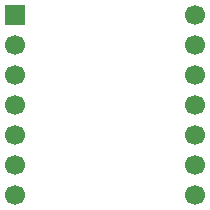
<source format=gbr>
%TF.GenerationSoftware,KiCad,Pcbnew,9.0.3*%
%TF.CreationDate,2025-09-11T11:03:10-04:00*%
%TF.ProjectId,14TSSOPBreakout,31345453-534f-4504-9272-65616b6f7574,rev?*%
%TF.SameCoordinates,Original*%
%TF.FileFunction,Soldermask,Bot*%
%TF.FilePolarity,Negative*%
%FSLAX46Y46*%
G04 Gerber Fmt 4.6, Leading zero omitted, Abs format (unit mm)*
G04 Created by KiCad (PCBNEW 9.0.3) date 2025-09-11 11:03:10*
%MOMM*%
%LPD*%
G01*
G04 APERTURE LIST*
%ADD10C,1.700000*%
%ADD11R,1.700000X1.700000*%
G04 APERTURE END LIST*
D10*
%TO.C,REF\u002A\u002A*%
X152400000Y-76200000D03*
X152400000Y-78740000D03*
X152400000Y-81280000D03*
X152400000Y-83820000D03*
X152400000Y-86360000D03*
X152400000Y-88900000D03*
X152400000Y-91440000D03*
%TD*%
D11*
%TO.C,REF\u002A\u002A*%
X137160000Y-76200000D03*
D10*
X137160000Y-78740000D03*
X137160000Y-81280000D03*
X137160000Y-83820000D03*
X137160000Y-86360000D03*
X137160000Y-88900000D03*
X137160000Y-91440000D03*
%TD*%
M02*

</source>
